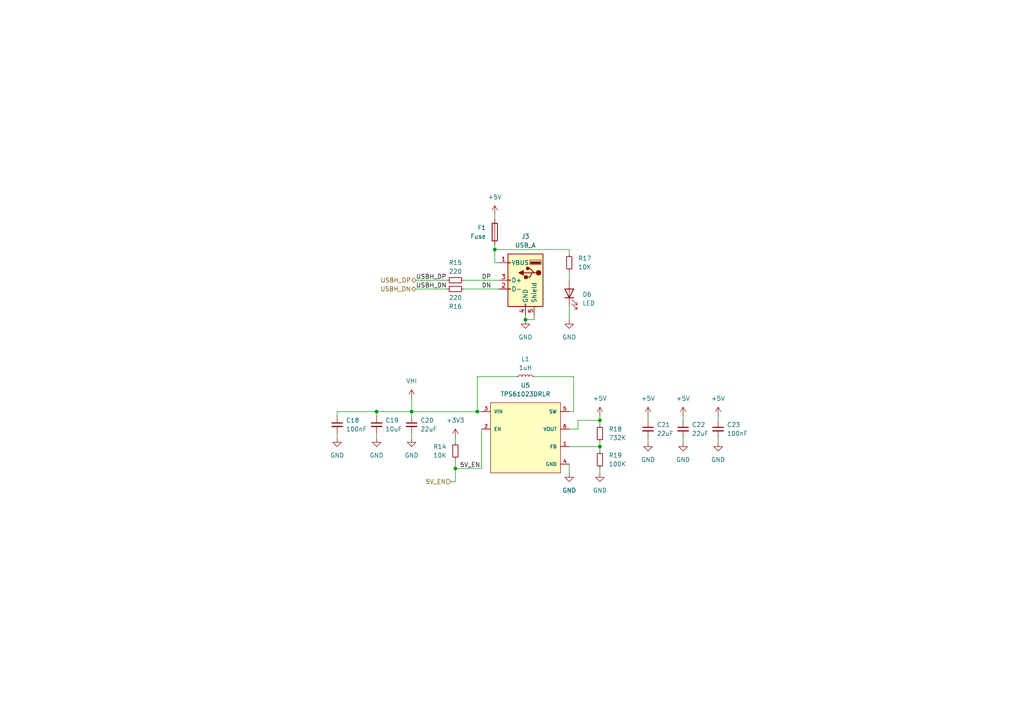
<source format=kicad_sch>
(kicad_sch (version 20231120) (generator "eeschema") (generator_version "8.0")
  (paper "A4")
  (lib_symbols
    (symbol "Connector:USB_A" (pin_names (offset 1.016))
      (property "Reference" "J" (at -5.08 11.43 0))
      (property "Value" "USB_A" (at -5.08 8.89 0))
      (symbol "USB_A_0_1"
        (rectangle (start -5.08 -7.62) (end 5.08 7.62) (stroke (width 0.254)) (fill (type background)))
        (circle (center -3.81 2.159) (radius 0.635) (stroke (width 0.254)) (fill (type outline)))
        (rectangle (start -1.524 4.826) (end -4.318 5.334) (fill (type outline)))
        (rectangle (start -1.27 4.572) (end -4.572 5.842))
        (circle (center -0.635 3.429) (radius 0.381) (stroke (width 0.254)) (fill (type outline)))
        (rectangle (start -0.127 -7.62) (end 0.127 -6.858))
        (polyline (pts (xy -3.175 2.159) (xy -2.54 2.159) (xy -1.27 3.429) (xy -0.635 3.429)) (stroke (width 0.254)))
        (polyline (pts (xy -2.54 2.159) (xy -1.905 2.159) (xy -1.27 0.889) (xy 0 0.889)) (stroke (width 0.254)))
        (polyline (pts (xy 0.635 2.794) (xy 0.635 1.524) (xy 1.905 2.159) (xy 0.635 2.794)) (stroke (width 0.254)) (fill (type outline)))
        (rectangle (start 0.254 1.27) (end -0.508 0.508) (stroke (width 0.254)) (fill (type outline)))
        (rectangle (start 5.08 -2.667) (end 4.318 -2.413))
        (rectangle (start 5.08 -0.127) (end 4.318 0.127))
        (rectangle (start 5.08 4.953) (end 4.318 5.207))
      )
      (symbol "USB_A_1_1"
        (polyline (pts (xy -1.905 2.159) (xy 0.635 2.159)) (stroke (width 0.254)))
        (pin power_in line (at 7.62 5.08 180) (length 2.54) (name "VBUS") (number "1"))
        (pin bidirectional line (at 7.62 -2.54 180) (length 2.54) (name "D-") (number "2"))
        (pin bidirectional line (at 7.62 0 180) (length 2.54) (name "D+") (number "3"))
        (pin power_in line (at 0 -10.16 90) (length 2.54) (name "GND") (number "4"))
        (pin passive line (at -2.54 -10.16 90) (length 2.54) (name "Shield") (number "5"))
      )
    )
    (symbol "Device:C_Small" (pin_numbers hide) (pin_names (offset 0.254) hide)
      (property "Reference" "C" (at 0.254 1.778 0))
      (property "Value" "C_Small" (at 0.254 -2.032 0))
      (symbol "C_Small_0_1"
        (polyline (pts (xy -1.524 -0.508) (xy 1.524 -0.508)) (stroke (width 0.3302)))
        (polyline (pts (xy -1.524 0.508) (xy 1.524 0.508)) (stroke (width 0.3048)))
      )
      (symbol "C_Small_1_1"
        (pin passive line (at 0 2.54 270) (length 2.032) (name "~") (number "1"))
        (pin passive line (at 0 -2.54 90) (length 2.032) (name "~") (number "2"))
      )
    )
    (symbol "Device:Fuse" (pin_numbers hide) (pin_names (offset 0))
      (property "Reference" "F" (at 2.032 0 90))
      (property "Value" "Fuse" (at -1.905 0 90))
      (symbol "Fuse_0_1"
        (rectangle (start -0.762 -2.54) (end 0.762 2.54) (stroke (width 0.254)))
        (polyline (pts (xy 0 2.54) (xy 0 -2.54)))
      )
      (symbol "Fuse_1_1"
        (pin passive line (at 0 3.81 270) (length 1.27) (name "~") (number "1"))
        (pin passive line (at 0 -3.81 90) (length 1.27) (name "~") (number "2"))
      )
    )
    (symbol "Device:LED" (pin_numbers hide) (pin_names (offset 1.016) hide)
      (property "Reference" "D" (at 0 2.54 0))
      (property "Value" "LED" (at 0 -2.54 0))
      (symbol "LED_0_1"
        (polyline (pts (xy -1.27 -1.27) (xy -1.27 1.27)) (stroke (width 0.254)))
        (polyline (pts (xy -1.27 0) (xy 1.27 0)))
        (polyline (pts (xy 1.27 -1.27) (xy 1.27 1.27) (xy -1.27 0) (xy 1.27 -1.27)) (stroke (width 0.254)))
        (polyline (pts (xy -3.048 -0.762) (xy -4.572 -2.286) (xy -3.81 -2.286) (xy -4.572 -2.286) (xy -4.572 -1.524)))
        (polyline (pts (xy -1.778 -0.762) (xy -3.302 -2.286) (xy -2.54 -2.286) (xy -3.302 -2.286) (xy -3.302 -1.524)))
      )
      (symbol "LED_1_1"
        (pin passive line (at -3.81 0 0) (length 2.54) (name "K") (number "1"))
        (pin passive line (at 3.81 0 180) (length 2.54) (name "A") (number "2"))
      )
    )
    (symbol "Device:L_Small" (pin_numbers hide) (pin_names (offset 0.254) hide)
      (property "Reference" "L" (at 0.762 1.016 0))
      (property "Value" "L_Small" (at 0.762 -1.016 0))
      (symbol "L_Small_0_1"
        (arc (start 0 -2.032) (mid 0.5058 -1.524) (end 0 -1.016))
        (arc (start 0 -1.016) (mid 0.5058 -0.508) (end 0 0))
        (arc (start 0 0) (mid 0.5058 0.508) (end 0 1.016))
        (arc (start 0 1.016) (mid 0.5058 1.524) (end 0 2.032))
      )
      (symbol "L_Small_1_1"
        (pin passive line (at 0 2.54 270) (length 0.508) (name "~") (number "1"))
        (pin passive line (at 0 -2.54 90) (length 0.508) (name "~") (number "2"))
      )
    )
    (symbol "Device:R_Small" (pin_numbers hide) (pin_names (offset 0.254) hide)
      (property "Reference" "R" (at 0.762 0.508 0))
      (property "Value" "R_Small" (at 0.762 -1.016 0))
      (symbol "R_Small_0_1"
        (rectangle (start -0.762 1.778) (end 0.762 -1.778) (stroke (width 0.2032)))
      )
      (symbol "R_Small_1_1"
        (pin passive line (at 0 2.54 270) (length 0.762) (name "~") (number "1"))
        (pin passive line (at 0 -2.54 90) (length 0.762) (name "~") (number "2"))
      )
    )
    (symbol "GND_1" (power) (pin_numbers hide) (pin_names (offset 0) hide)
      (property "Value" "GND" (at 0 -3.81 0))
      (symbol "GND_1_0_1"
        (polyline (pts (xy 0 0) (xy 0 -1.27) (xy 1.27 -1.27) (xy 0 -2.54) (xy -1.27 -1.27) (xy 0 -1.27)))
      )
      (symbol "GND_1_1_1"
        (pin power_in line (at 0 0 270) (length 0) (name "~") (number "1"))
      )
    )
    (symbol "TPS61023:TPS61023DRLR" (pin_names (offset 1.016))
      (property "Reference" "U" (at 0 5.08 0))
      (property "Value" "TPS61023DRLR" (at 0 7.62 0))
      (symbol "TPS61023DRLR_1_1"
        (rectangle (start 5.08 2.54) (end 25.4 -17.78) (fill (type background)))
        (pin passive line (at 27.94 -10.16 180) (length 2.54) (name "FB") (number "1"))
        (pin input line (at 2.54 -5.08 0) (length 2.54) (name "EN") (number "2"))
        (pin power_in line (at 2.54 0 0) (length 2.54) (name "VIN") (number "3"))
        (pin power_in line (at 27.94 -15.24 180) (length 2.54) (name "GND") (number "4"))
        (pin passive line (at 27.94 0 180) (length 2.54) (name "SW") (number "5"))
        (pin power_in line (at 27.94 -5.08 180) (length 2.54) (name "VOUT") (number "6"))
      )
    )
    (symbol "power:+3V3" (power) (pin_names (offset 0))
      (property "Value" "+3V3" (at 0 3.556 0))
      (symbol "+3V3_0_1"
        (polyline (pts (xy -0.762 1.27) (xy 0 2.54)))
        (polyline (pts (xy 0 0) (xy 0 2.54)))
        (polyline (pts (xy 0 2.54) (xy 0.762 1.27)))
      )
      (symbol "+3V3_1_1"
        (pin power_in line (at 0 0 90) (length 0) hide (name "+3V3") (number "1"))
      )
    )
    (symbol "power:+5V" (power) (pin_numbers hide) (pin_names (offset 0) hide)
      (property "Value" "+5V" (at 0 3.556 0))
      (symbol "+5V_0_1"
        (polyline (pts (xy -0.762 1.27) (xy 0 2.54)))
        (polyline (pts (xy 0 0) (xy 0 2.54)))
        (polyline (pts (xy 0 2.54) (xy 0.762 1.27)))
      )
      (symbol "+5V_1_1"
        (pin power_in line (at 0 0 90) (length 0) (name "~") (number "1"))
      )
    )
    (symbol "power:GND" (power) (pin_names (offset 0))
      (property "Value" "GND" (at 0 -3.81 0))
      (symbol "GND_0_1"
        (polyline (pts (xy 0 0) (xy 0 -1.27) (xy 1.27 -1.27) (xy 0 -2.54) (xy -1.27 -1.27) (xy 0 -1.27)))
      )
      (symbol "GND_1_1"
        (pin power_in line (at 0 0 270) (length 0) hide (name "GND") (number "1"))
      )
    )
  )
  (junction (at 173.99 129.54))
  (junction (at 173.99 121.92))
  (junction (at 143.51 72.39))
  (junction (at 109.22 119.38))
  (junction (at 119.38 119.38))
  (junction (at 138.43 119.38))
  (junction (at 132.08 135.89))
  (junction (at 152.4 92.71))
  (wire (pts (xy 109.22 119.38) (xy 119.38 119.38)))
  (wire (pts (xy 173.99 129.54) (xy 173.99 128.27)))
  (wire (pts (xy 120.65 81.28) (xy 129.54 81.28)))
  (wire (pts (xy 134.62 81.28) (xy 144.78 81.28)))
  (wire (pts (xy 149.86 109.22) (xy 138.43 109.22)))
  (wire (pts (xy 165.1 78.74) (xy 165.1 81.28)))
  (wire (pts (xy 187.96 120.65) (xy 187.96 121.92)))
  (wire (pts (xy 119.38 127) (xy 119.38 125.73)))
  (wire (pts (xy 152.4 92.71) (xy 152.4 91.44)))
  (wire (pts (xy 97.79 127) (xy 97.79 125.73)))
  (wire (pts (xy 119.38 119.38) (xy 138.43 119.38)))
  (wire (pts (xy 154.94 109.22) (xy 166.37 109.22)))
  (wire (pts (xy 119.38 119.38) (xy 119.38 115.57)))
  (wire (pts (xy 119.38 119.38) (xy 119.38 120.65)))
  (wire (pts (xy 165.1 129.54) (xy 173.99 129.54)))
  (wire (pts (xy 187.96 128.27) (xy 187.96 127)))
  (wire (pts (xy 198.12 120.65) (xy 198.12 121.92)))
  (wire (pts (xy 130.81 139.7) (xy 132.08 139.7)))
  (wire (pts (xy 97.79 119.38) (xy 109.22 119.38)))
  (wire (pts (xy 165.1 124.46) (xy 167.64 124.46)))
  (wire (pts (xy 165.1 137.16) (xy 165.1 134.62)))
  (wire (pts (xy 132.08 133.35) (xy 132.08 135.89)))
  (wire (pts (xy 109.22 119.38) (xy 109.22 120.65)))
  (wire (pts (xy 173.99 121.92) (xy 173.99 123.19)))
  (wire (pts (xy 166.37 119.38) (xy 165.1 119.38)))
  (wire (pts (xy 120.65 83.82) (xy 129.54 83.82)))
  (wire (pts (xy 138.43 109.22) (xy 138.43 119.38)))
  (wire (pts (xy 167.64 121.92) (xy 173.99 121.92)))
  (wire (pts (xy 165.1 72.39) (xy 165.1 73.66)))
  (wire (pts (xy 208.28 128.27) (xy 208.28 127)))
  (wire (pts (xy 143.51 72.39) (xy 143.51 76.2)))
  (wire (pts (xy 139.7 135.89) (xy 139.7 124.46)))
  (wire (pts (xy 143.51 62.23) (xy 143.51 63.5)))
  (wire (pts (xy 97.79 119.38) (xy 97.79 120.65)))
  (wire (pts (xy 143.51 71.12) (xy 143.51 72.39)))
  (wire (pts (xy 198.12 128.27) (xy 198.12 127)))
  (wire (pts (xy 138.43 119.38) (xy 139.7 119.38)))
  (wire (pts (xy 167.64 124.46) (xy 167.64 121.92)))
  (wire (pts (xy 143.51 76.2) (xy 144.78 76.2)))
  (wire (pts (xy 173.99 137.16) (xy 173.99 135.89)))
  (wire (pts (xy 134.62 83.82) (xy 144.78 83.82)))
  (wire (pts (xy 154.94 91.44) (xy 154.94 92.71)))
  (wire (pts (xy 132.08 127) (xy 132.08 128.27)))
  (wire (pts (xy 173.99 130.81) (xy 173.99 129.54)))
  (wire (pts (xy 109.22 127) (xy 109.22 125.73)))
  (wire (pts (xy 165.1 92.71) (xy 165.1 88.9)))
  (wire (pts (xy 208.28 120.65) (xy 208.28 121.92)))
  (wire (pts (xy 132.08 139.7) (xy 132.08 135.89)))
  (wire (pts (xy 143.51 72.39) (xy 165.1 72.39)))
  (wire (pts (xy 173.99 120.65) (xy 173.99 121.92)))
  (wire (pts (xy 132.08 135.89) (xy 139.7 135.89)))
  (wire (pts (xy 154.94 92.71) (xy 152.4 92.71)))
  (wire (pts (xy 166.37 109.22) (xy 166.37 119.38)))
  (label "USBH_DP" (at 120.65 81.28 0))
  (label "DP" (at 139.7 81.28 0))
  (label "DN" (at 139.7 83.82 0))
  (label "5V_EN" (at 133.35 135.89 0))
  (label "USBH_DN" (at 120.65 83.82 0))
  (hierarchical_label "5V_EN" (shape input) (at 130.81 139.7 180))
  (hierarchical_label "USBH_DN" (shape bidirectional) (at 120.65 83.82 180))
  (hierarchical_label "USBH_DP" (shape bidirectional) (at 120.65 81.28 180))
  (symbol (lib_id "Device:R_Small") (at 173.99 125.73 0) (unit 1)
    (property "Reference" "R18" (at 176.53 124.4599 0) (effects (justify left)))
    (property "Value" "732K" (at 176.53 126.9999 0) (effects (justify left)))
    (property "Footprint" "Resistor_SMD:R_0402_1005Metric" (effects (hide yes)))
    (property "Description" "Resistor, small symbol" (effects (hide yes)))
  )
  (symbol (lib_id "Device:R_Small") (at 173.99 133.35 0) (unit 1)
    (property "Reference" "R19" (at 176.53 132.0799 0) (effects (justify left)))
    (property "Value" "100K" (at 176.53 134.6199 0) (effects (justify left)))
    (property "Footprint" "Resistor_SMD:R_0402_1005Metric" (effects (hide yes)))
    (property "Description" "Resistor, small symbol" (effects (hide yes)))
  )
  (symbol (lib_id "Device:LED") (at 165.1 85.09 90) (unit 1)
    (property "Reference" "D6" (at 168.91 85.4074 90) (effects (justify right)))
    (property "Value" "LED" (at 168.91 87.9474 90) (effects (justify right)))
    (property "Footprint" "LED_SMD:LED_0603_1608Metric" (effects (hide yes)))
    (property "Description" "Light emitting diode" (effects (hide yes)))
  )
  (symbol (lib_id "power:+3V3") (at 132.08 127 0) (unit 1)
    (property "Reference" "#PWR063" (effects (hide yes)))
    (property "Value" "+3V3" (at 132.08 121.92 0))
    (property "Description" "Power symbol creates a global label with name \"+3V3\"" (effects (hide yes)))
  )
  (symbol (lib_id "power:GND") (at 165.1 137.16 0) (unit 1)
    (property "Reference" "#PWR067" (effects (hide yes)))
    (property "Value" "GND" (at 165.1 142.24 0))
    (property "Description" "Power symbol creates a global label with name \"GND\" , ground" (effects (hide yes)))
  )
  (symbol (lib_id "Device:L_Small") (at 152.4 109.22 90) (unit 1)
    (property "Reference" "L1" (at 152.4 104.14 90))
    (property "Value" "1uH" (at 152.4 106.68 90))
    (property "Footprint" "Inductor_SMD:L_1210_3225Metric" (effects (hide yes)))
    (property "Description" "Inductor, small symbol" (effects (hide yes)))
  )
  (symbol (lib_id "Device:Fuse") (at 143.51 67.31 0) (mirror y) (unit 1)
    (property "Reference" "F1" (at 140.97 66.0399 0) (effects (justify left)))
    (property "Value" "Fuse" (at 140.97 68.5799 0) (effects (justify left)))
    (property "Footprint" "Fuse:Fuse_0805_2012Metric" (effects (hide yes)))
    (property "Description" "Fuse" (effects (hide yes)))
  )
  (symbol (lib_id "Device:R_Small") (at 165.1 76.2 180) (unit 1)
    (property "Reference" "R17" (at 167.64 74.9299 0) (effects (justify right)))
    (property "Value" "10K" (at 167.64 77.4699 0) (effects (justify right)))
    (property "Footprint" "Resistor_SMD:R_0402_1005Metric" (effects (hide yes)))
    (property "Description" "Resistor, small symbol" (effects (hide yes)))
  )
  (symbol (lib_id "power:+5V") (at 187.96 120.65 0) (unit 1)
    (property "Reference" "#PWR070" (effects (hide yes)))
    (property "Value" "+5V" (at 187.96 115.57 0))
    (property "Description" "Power symbol creates a global label with name \"+5V\"" (effects (hide yes)))
  )
  (symbol (lib_id "power:GND") (at 187.96 128.27 0) (unit 1)
    (property "Reference" "#PWR071" (effects (hide yes)))
    (property "Value" "GND" (at 187.96 133.35 0))
    (property "Description" "Power symbol creates a global label with name \"GND\" , ground" (effects (hide yes)))
  )
  (symbol (lib_id "Device:R_Small") (at 132.08 81.28 270) (mirror x) (unit 1)
    (property "Reference" "R15" (at 132.08 76.2 90))
    (property "Value" "220" (at 132.08 78.74 90))
    (property "Footprint" "Resistor_SMD:R_0402_1005Metric" (effects (hide yes)))
    (property "Description" "Resistor, small symbol" (effects (hide yes)))
  )
  (symbol (lib_name "GND_1") (lib_id "power:GND") (at 152.4 92.71 0) (unit 1)
    (property "Reference" "#PWR065" (effects (hide yes)))
    (property "Value" "GND" (at 152.4 97.79 0))
    (property "Description" "Power symbol creates a global label with name \"GND\" , ground" (effects (hide yes)))
  )
  (symbol (lib_id "power:+5V") (at 208.28 120.65 0) (unit 1)
    (property "Reference" "#PWR075" (effects (hide yes)))
    (property "Value" "+5V" (at 208.28 115.57 0))
    (property "Description" "Power symbol creates a global label with name \"+5V\"" (effects (hide yes)))
  )
  (symbol (lib_id "Device:C_Small") (at 109.22 123.19 0) (unit 1)
    (property "Reference" "C19" (at 111.76 121.9262 0) (effects (justify left)))
    (property "Value" "10uF" (at 111.76 124.4662 0) (effects (justify left)))
    (property "Footprint" "Capacitor_SMD:C_0603_1608Metric" (effects (hide yes)))
    (property "Description" "Unpolarized capacitor, small symbol" (effects (hide yes)))
  )
  (symbol (lib_id "Device:R_Small") (at 132.08 83.82 270) (unit 1)
    (property "Reference" "R16" (at 132.08 88.9 90))
    (property "Value" "220" (at 132.08 86.36 90))
    (property "Footprint" "Resistor_SMD:R_0402_1005Metric" (effects (hide yes)))
    (property "Description" "Resistor, small symbol" (effects (hide yes)))
  )
  (symbol (lib_id "power:+5V") (at 198.12 120.65 0) (unit 1)
    (property "Reference" "#PWR072" (effects (hide yes)))
    (property "Value" "+5V" (at 198.12 115.57 0))
    (property "Description" "Power symbol creates a global label with name \"+5V\"" (effects (hide yes)))
  )
  (symbol (lib_id "TPS61023:TPS61023DRLR") (at 137.16 119.38 0) (unit 1)
    (property "Reference" "U5" (at 152.4 111.76 0))
    (property "Value" "TPS61023DRLR" (at 152.4 114.3 0))
    (property "Footprint" "Package_TO_SOT_SMD:SOT-563" (effects (hide yes)))
    (property "Datasheet" "https://www.ti.com/lit/ds/symlink/tps61023.pdf" (effects (hide yes)))
    (property "Description" "No" (effects (hide yes)))
    (property "category" "IC" (effects (hide yes)))
    (property "device class L1" "Integrated Circuits (ICs)" (effects (hide yes)))
    (property "device class L2" "Power Management ICs" (effects (hide yes)))
    (property "device class L3" "Voltage Regulators - Switching" (effects (hide yes)))
    (property "digikey description" "FINISH GOODS FOR TPS61023" (effects (hide yes)))
    (property "digikey part number" "296-TPS61023DRLRCT-ND" (effects (hide yes)))
    (property "height" "0.6mm" (effects (hide yes)))
    (property "lead free" "Yes" (effects (hide yes)))
    (property "library id" "405d46d4695ab9e6" (effects (hide yes)))
    (property "manufacturer" "Texas Instruments" (effects (hide yes)))
    (property "max duty cycle" "97%" (effects (hide yes)))
    (property "max junction temp" "+125°C" (effects (hide yes)))
    (property "max supply voltage" "5.5V" (effects (hide yes)))
    (property "min supply voltage" "0.5V" (effects (hide yes)))
    (property "mouser description" "3.7-A boost converter with 0.5-V ultra-low input voltage 6-SOT-5X3 -40 to 125" (effects (hide yes)))
    (property "mouser part number" "595-TPS61023DRLR" (effects (hide yes)))
    (property "nominal supply current" "0.9uA" (effects (hide yes)))
    (property "number of outputs" "1" (effects (hide yes)))
    (property "output current" "3.7A" (effects (hide yes)))
    (property "output type" "AdjustableProgrammable" (effects (hide yes)))
    (property "output voltage" "2.2-5.5V" (effects (hide yes)))
    (property "package" "SOT563" (effects (hide yes)))
    (property "rohs" "Yes" (effects (hide yes)))
    (property "standoff height" "0mm" (effects (hide yes)))
    (property "switching frequency" "0.5/1.1MHz" (effects (hide yes)))
    (property "switching topology" "Boost" (effects (hide yes)))
    (property "temperature range high" "+125°C" (effects (hide yes)))
    (property "temperature range low" "-40°C" (effects (hide yes)))
  )
  (symbol (lib_id "power:+5V") (at 173.99 120.65 0) (unit 1)
    (property "Reference" "#PWR068" (effects (hide yes)))
    (property "Value" "+5V" (at 173.99 115.57 0))
    (property "Description" "Power symbol creates a global label with name \"+5V\"" (effects (hide yes)))
  )
  (symbol (lib_id "power:GND") (at 97.79 127 0) (unit 1)
    (property "Reference" "#PWR055" (effects (hide yes)))
    (property "Value" "GND" (at 97.79 132.08 0))
    (property "Description" "Power symbol creates a global label with name \"GND\" , ground" (effects (hide yes)))
  )
  (symbol (lib_id "power:GND") (at 198.12 128.27 0) (unit 1)
    (property "Reference" "#PWR073" (effects (hide yes)))
    (property "Value" "GND" (at 198.12 133.35 0))
    (property "Description" "Power symbol creates a global label with name \"GND\" , ground" (effects (hide yes)))
  )
  (symbol (lib_id "power:+5V") (at 143.51 62.23 0) (unit 1)
    (property "Reference" "#PWR064" (effects (hide yes)))
    (property "Value" "+5V" (at 143.51 57.15 0))
    (property "Description" "Power symbol creates a global label with name \"+5V\"" (effects (hide yes)))
  )
  (symbol (lib_id "power:GND") (at 119.38 127 0) (unit 1)
    (property "Reference" "#PWR062" (effects (hide yes)))
    (property "Value" "GND" (at 119.38 132.08 0))
    (property "Description" "Power symbol creates a global label with name \"GND\" , ground" (effects (hide yes)))
  )
  (symbol (lib_id "power:GND") (at 208.28 128.27 0) (unit 1)
    (property "Reference" "#PWR074" (effects (hide yes)))
    (property "Value" "GND" (at 208.28 133.35 0))
    (property "Description" "Power symbol creates a global label with name \"GND\" , ground" (effects (hide yes)))
  )
  (symbol (lib_name "GND_1") (lib_id "power:GND") (at 165.1 92.71 0) (unit 1)
    (property "Reference" "#PWR066" (effects (hide yes)))
    (property "Value" "GND" (at 165.1 97.79 0))
    (property "Description" "Power symbol creates a global label with name \"GND\" , ground" (effects (hide yes)))
  )
  (symbol (lib_id "power:GND") (at 109.22 127 0) (unit 1)
    (property "Reference" "#PWR056" (effects (hide yes)))
    (property "Value" "GND" (at 109.22 132.08 0))
    (property "Description" "Power symbol creates a global label with name \"GND\" , ground" (effects (hide yes)))
  )
  (symbol (lib_id "Device:C_Small") (at 119.38 123.19 0) (unit 1)
    (property "Reference" "C20" (at 121.92 121.9262 0) (effects (justify left)))
    (property "Value" "22uF" (at 121.92 124.4662 0) (effects (justify left)))
    (property "Footprint" "Capacitor_SMD:C_0603_1608Metric" (effects (hide yes)))
    (property "Description" "Unpolarized capacitor, small symbol" (effects (hide yes)))
  )
  (symbol (lib_id "Device:C_Small") (at 208.28 124.46 0) (unit 1)
    (property "Reference" "C23" (at 210.82 123.1962 0) (effects (justify left)))
    (property "Value" "100nF" (at 210.82 125.7362 0) (effects (justify left)))
    (property "Footprint" "Capacitor_SMD:C_0402_1005Metric" (effects (hide yes)))
    (property "Description" "Unpolarized capacitor, small symbol" (effects (hide yes)))
  )
  (symbol (lib_id "power:+5V") (at 119.38 115.57 0) (unit 1)
    (property "Reference" "#PWR061" (effects (hide yes)))
    (property "Value" "VHI" (at 119.38 110.49 0))
    (property "Description" "Power symbol creates a global label with name \"+5V\"" (effects (hide yes)))
  )
  (symbol (lib_id "Connector:USB_A") (at 152.4 81.28 0) (mirror y) (unit 1)
    (property "Reference" "J3" (at 152.4 68.58 0))
    (property "Value" "USB_A" (at 152.4 71.12 0))
    (property "Footprint" "Connector_USB:USB_A_Molex_67643_Horizontal" (effects (hide yes)))
    (property "Datasheet" " ~" (effects (hide yes)))
    (property "Description" "USB Type A connector" (effects (hide yes)))
  )
  (symbol (lib_id "Device:R_Small") (at 132.08 130.81 0) (mirror y) (unit 1)
    (property "Reference" "R14" (at 129.54 129.5399 0) (effects (justify left)))
    (property "Value" "10K" (at 129.54 132.0799 0) (effects (justify left)))
    (property "Footprint" "Resistor_SMD:R_0402_1005Metric" (effects (hide yes)))
    (property "Description" "Resistor, small symbol" (effects (hide yes)))
  )
  (symbol (lib_id "Device:C_Small") (at 97.79 123.19 0) (unit 1)
    (property "Reference" "C18" (at 100.33 121.9262 0) (effects (justify left)))
    (property "Value" "100nF" (at 100.33 124.4662 0) (effects (justify left)))
    (property "Footprint" "Capacitor_SMD:C_0402_1005Metric" (effects (hide yes)))
    (property "Description" "Unpolarized capacitor, small symbol" (effects (hide yes)))
  )
  (symbol (lib_id "power:GND") (at 173.99 137.16 0) (unit 1)
    (property "Reference" "#PWR069" (effects (hide yes)))
    (property "Value" "GND" (at 173.99 142.24 0))
    (property "Description" "Power symbol creates a global label with name \"GND\" , ground" (effects (hide yes)))
  )
  (symbol (lib_id "Device:C_Small") (at 187.96 124.46 0) (unit 1)
    (property "Reference" "C21" (at 190.5 123.1962 0) (effects (justify left)))
    (property "Value" "22uF" (at 190.5 125.7362 0) (effects (justify left)))
    (property "Footprint" "Capacitor_SMD:C_0603_1608Metric" (effects (hide yes)))
    (property "Description" "Unpolarized capacitor, small symbol" (effects (hide yes)))
  )
  (symbol (lib_id "Device:C_Small") (at 198.12 124.46 0) (unit 1)
    (property "Reference" "C22" (at 200.66 123.1962 0) (effects (justify left)))
    (property "Value" "22uF" (at 200.66 125.7362 0) (effects (justify left)))
    (property "Footprint" "Capacitor_SMD:C_0603_1608Metric" (effects (hide yes)))
    (property "Description" "Unpolarized capacitor, small symbol" (effects (hide yes)))
  )
)
</source>
